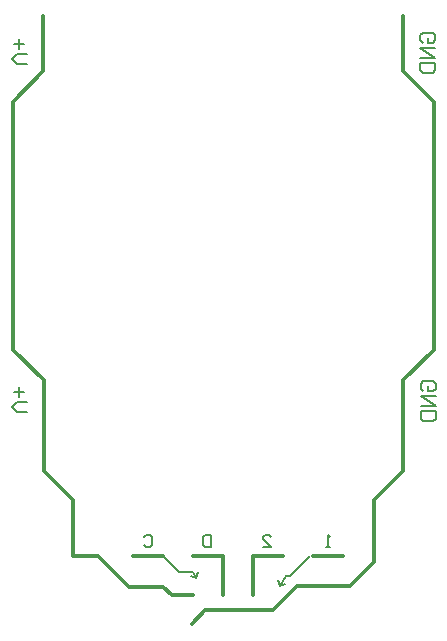
<source format=gbo>
G04*
G04 #@! TF.GenerationSoftware,Altium Limited,CircuitStudio,1.5.2 (30)*
G04*
G04 Layer_Color=16764006*
%FSLAX25Y25*%
%MOIN*%
G70*
G01*
G75*
%ADD11C,0.01200*%
%ADD17C,0.00800*%
%ADD18C,0.00600*%
D11*
X724900Y650000D02*
Y668800D01*
Y650000D02*
X733300D01*
X743600Y639700D01*
X769000Y632000D02*
X791500D01*
X799500Y640000D01*
X817100D01*
X757700Y637000D02*
X765000D01*
X755000Y639700D02*
X757700Y637000D01*
X743600Y639700D02*
X755000D01*
X817100Y640000D02*
X825100Y648000D01*
X785000Y637000D02*
Y650000D01*
X775000Y637000D02*
Y650000D01*
X764500Y627500D02*
X769000Y632000D01*
X715100Y678600D02*
X724900Y668800D01*
X715100Y678600D02*
Y708700D01*
X704900Y718900D02*
X715100Y708700D01*
X704900Y718900D02*
Y801600D01*
X715000Y811700D01*
Y830000D01*
X835000Y811700D02*
Y830000D01*
Y811700D02*
X845100Y801600D01*
Y718900D02*
Y801600D01*
X834900Y708700D02*
X845100Y718900D01*
X834900Y678600D02*
Y708700D01*
X825100Y668800D02*
X834900Y678600D01*
X825100Y648000D02*
Y668800D01*
X805000Y650000D02*
X815000D01*
X785000D02*
X795000D01*
X765000D02*
X775000D01*
X745000D02*
X755000D01*
D17*
X760200Y644800D02*
X764800D01*
X755000Y650000D02*
X760200Y644800D01*
X764940D02*
X765943Y642888D01*
X766530Y644695D01*
X764136Y643475D02*
X765943Y642888D01*
X793700Y640300D02*
X795559Y640695D01*
X793305Y642159D02*
X793700Y640300D01*
X795900Y643600D01*
X797300D01*
X803700Y650000D01*
D18*
X748634Y656632D02*
X749301Y657299D01*
X750634D01*
X751300Y656632D01*
Y653966D01*
X750634Y653300D01*
X749301D01*
X748634Y653966D01*
X810400Y653300D02*
X809067D01*
X809734D01*
Y657299D01*
X810400Y656632D01*
X788334Y653300D02*
X791000D01*
X788334Y655966D01*
Y656632D01*
X789001Y657299D01*
X790334D01*
X791000Y656632D01*
X771000Y657299D02*
Y653300D01*
X769001D01*
X768334Y653966D01*
Y656632D01*
X769001Y657299D01*
X771000D01*
X709433Y697995D02*
X706100D01*
X704434Y699661D01*
X706100Y701327D01*
X709433D01*
X706933Y702993D02*
Y706325D01*
X708600Y704659D02*
X705267D01*
X841558Y705034D02*
X840725Y705867D01*
Y707533D01*
X841558Y708366D01*
X844890D01*
X845723Y707533D01*
Y705867D01*
X844890Y705034D01*
X843224D01*
Y706700D01*
X845723Y703368D02*
X840725D01*
X845723Y700035D01*
X840725D01*
Y698369D02*
X845723D01*
Y695870D01*
X844890Y695037D01*
X841558D01*
X840725Y695870D01*
Y698369D01*
X841525Y821222D02*
X840692Y822055D01*
Y823721D01*
X841525Y824554D01*
X844857D01*
X845690Y823721D01*
Y822055D01*
X844857Y821222D01*
X843191D01*
Y822888D01*
X845690Y819555D02*
X840692D01*
X845690Y816223D01*
X840692D01*
Y814557D02*
X845690D01*
Y812058D01*
X844857Y811225D01*
X841525D01*
X840692Y812058D01*
Y814557D01*
X709380Y814250D02*
X706048D01*
X704382Y815916D01*
X706048Y817583D01*
X709380D01*
X706881Y819249D02*
Y822581D01*
X708547Y820915D02*
X705215D01*
M02*

</source>
